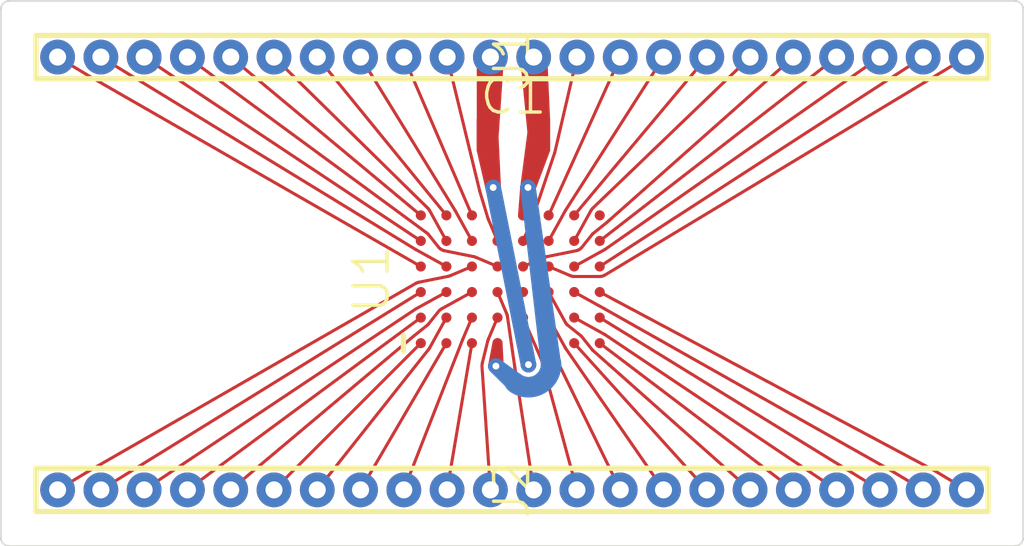
<source format=kicad_pcb>
(kicad_pcb (version 20221018) (generator jitx)
  (layers (0 F.Cu signal) (1 In1.Cu signal) (2 In2.Cu signal) (31 B.Cu signal) (34 "B.Paste" user) (35 "F.Paste" user) (36 "B.SilkS" user "B.Silkscreen") (37 "F.SilkS" user "F.Silkscreen") (38 "B.Mask" user) (39 "F.Mask" user) (44 "Edge.Cuts" user))
  (net 1 "escape4_p")
  (net 2 "escape35_p")
  (net 3 "escape40_p")
  (net 4 "escape13_p")
  (net 5 "escape20_p")
  (net 6 "escape21_p")
  (net 7 "escape18_p")
  (net 8 "escape15_p")
  (net 9 "escape29_p")
  (net 10 "escape26_p")
  (net 11 "escape42_p")
  (net 12 "escape8_p")
  (net 13 "escape39_p")
  (net 14 "escape17_p")
  (net 15 "escape31_p")
  (net 16 "escape5_p")
  (net 17 "escape36_p")
  (net 18 "escape37_p")
  (net 19 "escape22_p")
  (net 20 "escape16_p")
  (net 21 "escape24_p")
  (net 22 "escape7_p")
  (net 23 "escape23_p")
  (net 24 "escape14_p")
  (net 25 "escape0_p")
  (net 26 "escape3_p")
  (net 27 "escape41_p")
  (net 28 "escape6_p")
  (net 29 "escape10_p")
  (net 30 "escape12_p")
  (net 31 "escape34_p")
  (net 32 "escape11_p")
  (net 33 "escape27_p")
  (net 34 "escape38_p")
  (net 35 "escape43_p")
  (net 36 "escape33_p")
  (net 37 "escape25_p")
  (net 38 "escape28_p")
  (net 39 "escape30_p")
  (net 40 "escape1_p")
  (net 41 "escape32_p")
  (net 42 "escape19_p")
  (net 43 "escape2_p")
  (net 44 "escape9_p")
  (footprint "breakout:dummy0" (layer F.Cu) (at 139.464408036366 108.075761243532 0.0)
    (fp_poly (pts (xy 0.318177542289003 2.71328615513645) (xy 0.354728825486518 2.76092071480935) (xy 0.402363385159424 2.79747199800687) (xy 0.457835004785844 2.82044909518293) (xy 0.517363385159424 2.82828615513645) (xy 0.576891765533003 2.82044909518293) (xy 0.632363385159424 2.79747199800687) (xy 0.67999794483233 2.76092071480935) (xy 0.716549228029845 2.71328615513645) (xy 0.739526325205909 2.65781453551003) (xy 0.747363385159424 2.59828615513645) (xy 0.739526325205909 2.53875777476287) (xy -0.295200445112938 -2.65781453551003) (xy -0.318177542289003 -2.71328615513645) (xy -0.354728825486518 -2.76092071480935) (xy -0.402363385159424 -2.79747199800687) (xy -0.457835004785844 -2.82044909518293) (xy -0.517363385159424 -2.82828615513645) (xy -0.576891765533003 -2.82044909518293) (xy -0.632363385159424 -2.79747199800687) (xy -0.67999794483233 -2.76092071480935) (xy -0.716549228029845 -2.71328615513645) (xy -0.739526325205909 -2.65781453551003) (xy -0.747363385159424 -2.59828615513645) (xy -0.739526325205909 -2.53875777476287) (xy 0.295200445112938 2.65781453551003)) (layer B.Cu))
  )
  (footprint "breakout:dummy1" (layer F.Cu) (at 138.96979489222 105.845449405812 0.0)
    (fp_poly (pts (xy -0.0822786213869727 -0.590137257463252) (xy -0.137750241013393 -0.567160160287188) (xy -0.185384800686299 -0.530608877089673) (xy -0.221936083883814 -0.482974317416767) (xy -0.244913181059879 -0.427502697790347) (xy -0.252750241013393 -0.367974317416767) (xy -0.244913181059879 -0.308445937043187) (xy -0.0396812256471059 0.487723650375767) (xy -0.0248210377995423 0.523599317416767) (xy -0.00118189268810598 0.554406451118266) (xy 0.0296252410133929 0.578045596229702) (xy 0.0655009080543931 0.592905784077266) (xy 0.104000241013393 0.597974317416767) (xy 0.142499573972393 0.592905784077266) (xy 0.178375241013393 0.578045596229702) (xy 0.209182374714892 0.554406451118266) (xy 0.232821519826328 0.523599317416767) (xy 0.247681707673892 0.487723650375767) (xy 0.252750241013393 0.449224317416767) (xy 0.207249758986607 -0.367974317416767) (xy 0.199412699033093 -0.427502697790346) (xy 0.176435601857028 -0.482974317416767) (xy 0.139884318659513 -0.530608877089673) (xy 0.0922497589866071 -0.567160160287188) (xy 0.0367781393601868 -0.590137257463252) (xy -0.022750241013393 -0.597974317416767)) (layer F.Cu))
  )
  (footprint "breakout:dummy2" (layer F.Cu) (at 138.821556873164 104.581224495979 0.0)
    (fp_poly (pts (xy -0.355487778043258 -0.176250592417052) (xy -0.096675162003228 0.955778972790632) (xy -0.0736980648271632 1.01125059241705) (xy -0.0371467816296482 1.05888515208996) (xy 0.0104877780432576 1.09543643528747) (xy 0.065959397669678 1.11841353246354) (xy 0.125487778043258 1.12625059241705) (xy 0.185016158416837 1.11841353246354) (xy 0.240487778043258 1.09543643528747) (xy 0.288122337716164 1.05888515208996) (xy 0.324673620913679 1.01125059241705) (xy 0.347650718089743 0.955778972790632) (xy 0.355487778043258 0.896250592417052) (xy 0.256644256312707 -1.12625059241705) (xy -0.355487778043258 -1.12625059241705)) (layer F.Cu))
  )
  (footprint "breakout:dummy3" (layer F.Cu) (at 139.92840827738 110.384985560949 0.0)
    (fp_poly (pts (xy -0.119841936610857 0.389061837719682) (xy -0.0880582120912788 0.430483193956991) (xy -0.0466368558539694 0.462266918476569) (xy 0.00159933512552657 0.482247002977495) (xy 0.0533631441460307 0.489061837719682) (xy 0.105126953166535 0.482247002977495) (xy 0.153363144146031 0.462266918476569) (xy 0.19478450038334 0.430483193956991) (xy 0.226568224902918 0.389061837719682) (xy 0.246548309403844 0.340825646740186) (xy 0.253363144146031 0.289061837719681) (xy 0.246548309403844 0.237298028699177) (xy 0.0390683225144681 -0.378811170678682) (xy 0.0242081346669044 -0.414686837719682) (xy 0.000568989555468136 -0.445493971421181) (xy -0.0302381441460308 -0.469133116532617) (xy -0.0661138111870309 -0.483993304380181) (xy -0.104613144146031 -0.489061837719682) (xy -0.143112477105031 -0.483993304380181) (xy -0.178988144146031 -0.469133116532617) (xy -0.20979527784753 -0.445493971421181) (xy -0.233434422958966 -0.414686837719682) (xy -0.24829461080653 -0.378811170678682) (xy -0.253363144146031 -0.340311837719682) (xy -0.24829461080653 -0.301812504760682) (xy -0.139822021111783 0.340825646740186)) (layer F.Cu))
  )
  (footprint "breakout:dummy4" (layer F.Cu) (at 138.865 102.827486951781 0.0)
    (fp_poly (pts (xy -0.103527618041008 -1.56385728229638) (xy -0.2 -1.52389711329453) (xy -0.282842712474619 -1.46032966425537) (xy -0.346410161513776 -1.37748695178075) (xy -0.386370330515627 -1.28101456982176) (xy -0.4 -1.17748695178075) (xy -0.398930904879766 1.57748695178075) (xy 0.213201129476199 1.57748695178075) (xy 0.4 -1.17748695178075) (xy 0.386370330515627 -1.28101456982176) (xy 0.346410161513776 -1.37748695178075) (xy 0.282842712474619 -1.46032966425537) (xy 0.2 -1.52389711329453) (xy 0.103527618041008 -1.56385728229638) (xy 0.0 -1.57748695178075)) (layer F.Cu))
  )
  (footprint "breakout:dummy5" (layer F.Cu) (at 139.298434658023 110.99845268458 0.0)
    (fp_poly (pts (xy 0.501336763502913 -0.00917203893405105) (xy -0.156336763502913 -0.479629046207033) (xy -0.211808383129333 -0.502606143383098) (xy -0.271336763502913 -0.510443203336612) (xy -0.330865143876493 -0.502606143383098) (xy -0.386336763502913 -0.479629046207033) (xy -0.433971323175819 -0.443077763009518) (xy -0.470522606373334 -0.395443203336612) (xy -0.493499703549399 -0.339971583710192) (xy -0.501336763502913 -0.280443203336612) (xy -0.493499703549399 -0.220914822963032) (xy -0.470522606373334 -0.165443203336612) (xy -0.433971323175819 -0.117808643663706) (xy 0.201336763502913 0.510443203336612)) (layer B.Cu))
  )
  (footprint "breakout:dummy6" (layer F.Cu) (at 140.342116438343 107.960761243532 0.0)
    (fp_poly (pts (xy 0.60365498318249 2.71328615513645) (xy -0.151492043136004 -2.54281453551003) (xy -0.174469140312069 -2.59828615513645) (xy -0.211020423509583 -2.64592071480935) (xy -0.258654983182489 -2.68247199800687) (xy -0.31412660280891 -2.70544909518293) (xy -0.373654983182489 -2.71328615513645) (xy -0.433183363556069 -2.70544909518293) (xy -0.488654983182489 -2.68247199800687) (xy -0.536289542855395 -2.64592071480935) (xy -0.57284082605291 -2.59828615513645) (xy -0.595817923228975 -2.54281453551003) (xy -0.603654983182489 -2.48328615513645) (xy 0.00365498318248969 2.71328615513645)) (layer B.Cu))
  )
  (footprint "breakout:dummy7" (layer F.Cu) (at 139.02709789452 110.421966602236 0.0)
    (fp_poly (pts (xy -0.199185842870421 0.411042879007169) (xy -0.162634559672906 0.458677438680075) (xy -0.115 0.49522872187759) (xy -0.0595283803735797 0.518205819053655) (xy -5.55111512312578e-17 0.526042879007169) (xy 0.0595283803735797 0.518205819053655) (xy 0.115 0.49522872187759) (xy 0.162634559672906 0.458677438680075) (xy 0.199185842870421 0.411042879007169) (xy 0.222162940046486 0.355571259380749) (xy 0.23 0.296042879007169) (xy 0.195447238713765 -0.377292879007169) (xy 0.190378705374264 -0.415792211966169) (xy 0.1755185175267 -0.451667879007169) (xy 0.151879372415264 -0.482475012708668) (xy 0.121072238713765 -0.506114157820104) (xy 0.085196571672765 -0.520974345667668) (xy 0.046697238713765 -0.526042879007169) (xy 0.00819790575476509 -0.520974345667668) (xy -0.0276777612862349 -0.506114157820104) (xy -0.0584848949877338 -0.482475012708668) (xy -0.0821240400991702 -0.451667879007169) (xy -0.0969842279467338 -0.415792211966169) (xy -0.222162940046486 0.236514498633589) (xy -0.23 0.296042879007169) (xy -0.222162940046486 0.355571259380749)) (layer F.Cu))
  )
  (footprint "breakout:dummy8" (layer F.Cu) (at 139.936753294197 105.845449405812 0.0)
    (fp_poly (pts (xy 0.0317081609635412 -0.597974317416767) (xy -0.0278202194100385 -0.590137257463252) (xy -0.0832918390364587 -0.567160160287188) (xy -0.130926398709365 -0.530608877089673) (xy -0.16747768190688 -0.482974317416767) (xy -0.190454779082944 -0.427502697790347) (xy -0.198291839036459 -0.367974317416767) (xy -0.261708160963541 0.449224317416767) (xy -0.25663962762404 0.487723650375767) (xy -0.241779439776476 0.523599317416767) (xy -0.21814029466504 0.554406451118266) (xy -0.187333160963541 0.578045596229702) (xy -0.151457493922541 0.592905784077266) (xy -0.112958160963541 0.597974317416767) (xy -0.0744588280045413 0.592905784077266) (xy -0.0385831609635412 0.578045596229702) (xy -0.00777602726204224 0.554406451118266) (xy 0.015863117849394 0.523599317416767) (xy 0.0307233056969577 0.487723650375767) (xy 0.253871101010027 -0.308445937043187) (xy 0.261708160963541 -0.367974317416767) (xy 0.253871101010027 -0.427502697790346) (xy 0.230894003833962 -0.482974317416767) (xy 0.194342720636447 -0.530608877089673) (xy 0.146708160963541 -0.567160160287188) (xy 0.091236541337121 -0.590137257463252)) (layer F.Cu))
  )
  (footprint "breakout:dummy9" (layer F.Cu) (at 140.17726527514 104.581224495979 0.0)
    (fp_poly (pts (xy -0.407989662850229 1.01125059241705) (xy -0.371438379652714 1.05888515208996) (xy -0.323803819979808 1.09543643528747) (xy -0.268332200353388 1.11841353246354) (xy -0.208803819979808 1.12625059241705) (xy -0.149275439606229 1.11841353246354) (xy -0.0938038199798082 1.09543643528747) (xy -0.0461692603069024 1.05888515208996) (xy -0.00961797710938739 1.01125059241705) (xy 0.0133591200666774 0.955778972790632) (xy 0.438803819979808 -0.176250592417052) (xy 0.438803819979808 -1.12625059241705) (xy -0.173328214376156 -1.12625059241705) (xy -0.438803819979808 0.896250592417052) (xy -0.430966760026294 0.955778972790632)) (layer F.Cu))
  )
  (footprint "breakout:dummy10" (layer F.Cu) (at 140.17553454756 102.827486951781 0.0)
    (fp_poly (pts (xy -0.144062165601125 -1.56385728229638) (xy -0.240534547560117 -1.52389711329453) (xy -0.323377260034736 -1.46032966425537) (xy -0.386944709073892 -1.37748695178075) (xy -0.426904878075744 -1.28101456982176) (xy -0.440534547560117 -1.17748695178075) (xy -0.171597486795848 1.57748695178075) (xy 0.440534547560117 1.57748695178075) (xy 0.440534547560117 0.627486951780755) (xy 0.359465452439883 -1.17748695178075) (xy 0.345835782955511 -1.28101456982176) (xy 0.305875613953659 -1.37748695178075) (xy 0.242308164914502 -1.46032966425537) (xy 0.159465452439883 -1.52389711329453) (xy 0.0629930704808916 -1.56385728229638) (xy -0.0405345475601167 -1.57748695178075)) (layer F.Cu))
  )
  (footprint "breakout:Pkg0603" (layer F.Cu) (at 139.54106909512 103.929973903562 90.0)
    (pad 1 smd rect (at 0.0 -0.768933982822018 90.0) (size 0.95 0.612132034355964) (net 29 "escape10_p") (layers F.Cu F.Mask F.Paste))
    (pad 2 smd rect (at 0.0 0.768933982822018 90.0) (size 0.95 0.612132034355964) (net 32 "escape11_p") (layers F.Cu F.Mask F.Paste))
    (fp_text value "22u" hide)
    (fp_text reference "C1" (at 1.125 0.0 0.0) (layer F.SilkS) (effects (font (size 1.0 1.0) (thickness 0.10))))
  )
  (footprint "breakout:LP_MY_COMPONENT" (layer F.Cu) (at 139.448795133234 108.169673723229 90.0)
    (pad A1 smd circle (at -1.875 -2.625 90.0) (size 0.2975 0.2975) (net 33 "escape27_p") (layers F.Cu F.Mask))
    (pad A2 smd circle (at -1.125 -2.625 90.0) (size 0.2975 0.2975) (net 37 "escape25_p") (layers F.Cu F.Mask))
    (pad A3 smd circle (at -0.375 -2.625 90.0) (size 0.2975 0.2975) (net 23 "escape23_p") (layers F.Cu F.Mask))
    (pad A4 smd circle (at 0.375 -2.625 90.0) (size 0.2975 0.2975) (net 25 "escape0_p") (layers F.Cu F.Mask))
    (pad A5 smd circle (at 1.125 -2.625 90.0) (size 0.2975 0.2975) (net 43 "escape2_p") (layers F.Cu F.Mask))
    (pad A6 smd circle (at 1.875 -2.625 90.0) (size 0.2975 0.2975) (net 1 "escape4_p") (layers F.Cu F.Mask))
    (pad B1 smd circle (at -1.875 -1.875 90.0) (size 0.2975 0.2975) (net 9 "escape29_p") (layers F.Cu F.Mask))
    (pad B2 smd circle (at -1.125 -1.875 90.0) (size 0.2975 0.2975) (net 38 "escape28_p") (layers F.Cu F.Mask))
    (pad B3 smd circle (at -0.375 -1.875 90.0) (size 0.2975 0.2975) (net 21 "escape24_p") (layers F.Cu F.Mask))
    (pad B4 smd circle (at 0.375 -1.875 90.0) (size 0.2975 0.2975) (net 40 "escape1_p") (layers F.Cu F.Mask))
    (pad B5 smd circle (at 1.125 -1.875 90.0) (size 0.2975 0.2975) (net 16 "escape5_p") (layers F.Cu F.Mask))
    (pad B6 smd circle (at 1.875 -1.875 90.0) (size 0.2975 0.2975) (net 28 "escape6_p") (layers F.Cu F.Mask))
    (pad C1 smd circle (at -1.875 -1.125 90.0) (size 0.2975 0.2975) (net 15 "escape31_p") (layers F.Cu F.Mask))
    (pad C2 smd circle (at -1.125 -1.125 90.0) (size 0.2975 0.2975) (net 39 "escape30_p") (layers F.Cu F.Mask))
    (pad C3 smd circle (at -0.375 -1.125 90.0) (size 0.2975 0.2975) (net 10 "escape26_p") (layers F.Cu F.Mask))
    (pad C4 smd circle (at 0.375 -1.125 90.0) (size 0.2975 0.2975) (net 19 "escape22_p") (layers F.Cu F.Mask))
    (pad C5 smd circle (at 1.125 -1.125 90.0) (size 0.2975 0.2975) (net 22 "escape7_p") (layers F.Cu F.Mask))
    (pad C6 smd circle (at 1.875 -1.125 90.0) (size 0.2975 0.2975) (net 12 "escape8_p") (layers F.Cu F.Mask))
    (pad D1 smd circle (at -1.875 -0.375 90.0) (size 0.2975 0.2975) (net 32 "escape11_p") (layers F.Cu F.Mask))
    (pad D2 smd circle (at -1.125 -0.375 90.0) (size 0.2975 0.2975) (net 41 "escape32_p") (layers F.Cu F.Mask))
    (pad D3 smd circle (at -0.375 -0.375 90.0) (size 0.2975 0.2975) (net 36 "escape33_p") (layers F.Cu F.Mask))
    (pad D4 smd circle (at 0.375 -0.375 90.0) (size 0.2975 0.2975) (net 26 "escape3_p") (layers F.Cu F.Mask))
    (pad D5 smd circle (at 1.125 -0.375 90.0) (size 0.2975 0.2975) (net 44 "escape9_p") (layers F.Cu F.Mask))
    (pad D6 smd circle (at 1.875 -0.375 90.0) (size 0.2975 0.2975) (net 29 "escape10_p") (layers F.Cu F.Mask))
    (pad E1 smd circle (at -1.875 0.375 90.0) (size 0.2975 0.2975) (net 29 "escape10_p") (layers F.Cu F.Mask))
    (pad E2 smd circle (at -1.125 0.375 90.0) (size 0.2975 0.2975) (net 31 "escape34_p") (layers F.Cu F.Mask))
    (pad E3 smd circle (at -0.375 0.375 90.0) (size 0.2975 0.2975) (layers F.Cu F.Mask))
    (pad E4 smd circle (at 0.375 0.375 90.0) (size 0.2975 0.2975) (net 14 "escape17_p") (layers F.Cu F.Mask))
    (pad E5 smd circle (at 1.125 0.375 90.0) (size 0.2975 0.2975) (net 30 "escape12_p") (layers F.Cu F.Mask))
    (pad E6 smd circle (at 1.875 0.375 90.0) (size 0.2975 0.2975) (net 32 "escape11_p") (layers F.Cu F.Mask))
    (pad F1 smd circle (at -1.875 1.125 90.0) (size 0.2975 0.2975) (net 2 "escape35_p") (layers F.Cu F.Mask))
    (pad F2 smd circle (at -1.125 1.125 90.0) (size 0.2975 0.2975) (net 17 "escape36_p") (layers F.Cu F.Mask))
    (pad F3 smd circle (at -0.375 1.125 90.0) (size 0.2975 0.2975) (net 34 "escape38_p") (layers F.Cu F.Mask))
    (pad F4 smd circle (at 0.375 1.125 90.0) (size 0.2975 0.2975) (net 6 "escape21_p") (layers F.Cu F.Mask))
    (pad F5 smd circle (at 1.125 1.125 90.0) (size 0.2975 0.2975) (net 24 "escape14_p") (layers F.Cu F.Mask))
    (pad F6 smd circle (at 1.875 1.125 90.0) (size 0.2975 0.2975) (net 4 "escape13_p") (layers F.Cu F.Mask))
    (pad G1 smd circle (at -1.875 1.875 90.0) (size 0.2975 0.2975) (net 18 "escape37_p") (layers F.Cu F.Mask))
    (pad G2 smd circle (at -1.125 1.875 90.0) (size 0.2975 0.2975) (net 3 "escape40_p") (layers F.Cu F.Mask))
    (pad G3 smd circle (at -0.375 1.875 90.0) (size 0.2975 0.2975) (net 11 "escape42_p") (layers F.Cu F.Mask))
    (pad G4 smd circle (at 0.375 1.875 90.0) (size 0.2975 0.2975) (net 42 "escape19_p") (layers F.Cu F.Mask))
    (pad G5 smd circle (at 1.125 1.875 90.0) (size 0.2975 0.2975) (net 20 "escape16_p") (layers F.Cu F.Mask))
    (pad G6 smd circle (at 1.875 1.875 90.0) (size 0.2975 0.2975) (net 8 "escape15_p") (layers F.Cu F.Mask))
    (pad H1 smd circle (at -1.875 2.625 90.0) (size 0.2975 0.2975) (net 13 "escape39_p") (layers F.Cu F.Mask))
    (pad H2 smd circle (at -1.125 2.625 90.0) (size 0.2975 0.2975) (net 27 "escape41_p") (layers F.Cu F.Mask))
    (pad H3 smd circle (at -0.375 2.625 90.0) (size 0.2975 0.2975) (net 35 "escape43_p") (layers F.Cu F.Mask))
    (pad H4 smd circle (at 0.375 2.625 90.0) (size 0.2975 0.2975) (net 5 "escape20_p") (layers F.Cu F.Mask))
    (pad H5 smd circle (at 1.125 2.625 90.0) (size 0.2975 0.2975) (net 7 "escape18_p") (layers F.Cu F.Mask))
    (pad H6 smd circle (at 1.875 2.625 90.0) (size 0.2975 0.2975) (layers F.Cu F.Mask))
    (fp_text value "~" hide)
    (fp_line (start -2.1 -3.1365) (end -1.641 -3.1365) (layer F.SilkS) (stroke (width 0.153)))
    (fp_text reference "U1" (at 0.0 -4.075 90.0) (layer F.SilkS) (effects (font (size 1.0 1.0) (thickness 0.10))))
  )
  (footprint "breakout:PIN_GRID" (layer F.Cu) (at 139.5 101.65 90.0)
    (pad 1 thru_hole circle (at 0.0 -13.335 90.0) (size 1.02 1.02) (net 25 "escape0_p") (drill 0.5) (layers *.Cu B.Mask F.Mask))
    (pad 2 thru_hole circle (at 0.0 -12.065 90.0) (size 1.02 1.02) (net 40 "escape1_p") (drill 0.5) (layers *.Cu B.Mask F.Mask))
    (pad 3 thru_hole circle (at 0.0 -10.795 90.0) (size 1.02 1.02) (net 43 "escape2_p") (drill 0.5) (layers *.Cu B.Mask F.Mask))
    (pad 4 thru_hole circle (at 0.0 -9.525 90.0) (size 1.02 1.02) (net 26 "escape3_p") (drill 0.5) (layers *.Cu B.Mask F.Mask))
    (pad 5 thru_hole circle (at 0.0 -8.255 90.0) (size 1.02 1.02) (net 1 "escape4_p") (drill 0.5) (layers *.Cu B.Mask F.Mask))
    (pad 6 thru_hole circle (at 0.0 -6.985 90.0) (size 1.02 1.02) (net 16 "escape5_p") (drill 0.5) (layers *.Cu B.Mask F.Mask))
    (pad 7 thru_hole circle (at 0.0 -5.715 90.0) (size 1.02 1.02) (net 28 "escape6_p") (drill 0.5) (layers *.Cu B.Mask F.Mask))
    (pad 8 thru_hole circle (at 0.0 -4.445 90.0) (size 1.02 1.02) (net 22 "escape7_p") (drill 0.5) (layers *.Cu B.Mask F.Mask))
    (pad 9 thru_hole circle (at 0.0 -3.175 90.0) (size 1.02 1.02) (net 12 "escape8_p") (drill 0.5) (layers *.Cu B.Mask F.Mask))
    (pad 10 thru_hole circle (at 0.0 -1.905 90.0) (size 1.02 1.02) (net 44 "escape9_p") (drill 0.5) (layers *.Cu B.Mask F.Mask))
    (pad 11 thru_hole circle (at 0.0 -0.635000000000002 90.0) (size 1.02 1.02) (net 29 "escape10_p") (drill 0.5) (layers *.Cu B.Mask F.Mask))
    (pad 12 thru_hole circle (at 0.0 0.635 90.0) (size 1.02 1.02) (net 32 "escape11_p") (drill 0.5) (layers *.Cu B.Mask F.Mask))
    (pad 13 thru_hole circle (at 0.0 1.905 90.0) (size 1.02 1.02) (net 30 "escape12_p") (drill 0.5) (layers *.Cu B.Mask F.Mask))
    (pad 14 thru_hole circle (at 0.0 3.175 90.0) (size 1.02 1.02) (net 4 "escape13_p") (drill 0.5) (layers *.Cu B.Mask F.Mask))
    (pad 15 thru_hole circle (at 0.0 4.445 90.0) (size 1.02 1.02) (net 24 "escape14_p") (drill 0.5) (layers *.Cu B.Mask F.Mask))
    (pad 16 thru_hole circle (at 0.0 5.715 90.0) (size 1.02 1.02) (net 8 "escape15_p") (drill 0.5) (layers *.Cu B.Mask F.Mask))
    (pad 17 thru_hole circle (at 0.0 6.985 90.0) (size 1.02 1.02) (net 20 "escape16_p") (drill 0.5) (layers *.Cu B.Mask F.Mask))
    (pad 18 thru_hole circle (at 0.0 8.255 90.0) (size 1.02 1.02) (net 14 "escape17_p") (drill 0.5) (layers *.Cu B.Mask F.Mask))
    (pad 19 thru_hole circle (at 0.0 9.525 90.0) (size 1.02 1.02) (net 7 "escape18_p") (drill 0.5) (layers *.Cu B.Mask F.Mask))
    (pad 20 thru_hole circle (at 0.0 10.795 90.0) (size 1.02 1.02) (net 42 "escape19_p") (drill 0.5) (layers *.Cu B.Mask F.Mask))
    (pad 21 thru_hole circle (at 0.0 12.065 90.0) (size 1.02 1.02) (net 5 "escape20_p") (drill 0.5) (layers *.Cu B.Mask F.Mask))
    (pad 22 thru_hole circle (at 0.0 13.335 90.0) (size 1.02 1.02) (net 6 "escape21_p") (drill 0.5) (layers *.Cu B.Mask F.Mask))
    (fp_text value "~" hide)
    (fp_line (start -0.635 13.97) (end 0.635 13.97) (layer F.SilkS) (stroke (width 0.153)))
    (fp_line (start 0.635 13.97) (end 0.635 -13.97) (layer F.SilkS) (stroke (width 0.153)))
    (fp_line (start 0.635 -13.97) (end -0.635 -13.97) (layer F.SilkS) (stroke (width 0.153)))
    (fp_line (start -0.635 -13.97) (end -0.635 13.97) (layer F.SilkS) (stroke (width 0.153)))
    (fp_text reference "J1" (at 0.0 0.0 90.0) (layer F.SilkS) (effects (font (size 1.0 1.0) (thickness 0.10))))
  )
  (footprint "breakout:PIN_GRID" (layer F.Cu) (at 139.5 114.35 90.0)
    (pad 1 thru_hole circle (at 0.0 -13.335 90.0) (size 1.02 1.02) (net 19 "escape22_p") (drill 0.5) (layers *.Cu B.Mask F.Mask))
    (pad 2 thru_hole circle (at 0.0 -12.065 90.0) (size 1.02 1.02) (net 23 "escape23_p") (drill 0.5) (layers *.Cu B.Mask F.Mask))
    (pad 3 thru_hole circle (at 0.0 -10.795 90.0) (size 1.02 1.02) (net 21 "escape24_p") (drill 0.5) (layers *.Cu B.Mask F.Mask))
    (pad 4 thru_hole circle (at 0.0 -9.525 90.0) (size 1.02 1.02) (net 37 "escape25_p") (drill 0.5) (layers *.Cu B.Mask F.Mask))
    (pad 5 thru_hole circle (at 0.0 -8.255 90.0) (size 1.02 1.02) (net 10 "escape26_p") (drill 0.5) (layers *.Cu B.Mask F.Mask))
    (pad 6 thru_hole circle (at 0.0 -6.985 90.0) (size 1.02 1.02) (net 33 "escape27_p") (drill 0.5) (layers *.Cu B.Mask F.Mask))
    (pad 7 thru_hole circle (at 0.0 -5.715 90.0) (size 1.02 1.02) (net 38 "escape28_p") (drill 0.5) (layers *.Cu B.Mask F.Mask))
    (pad 8 thru_hole circle (at 0.0 -4.445 90.0) (size 1.02 1.02) (net 9 "escape29_p") (drill 0.5) (layers *.Cu B.Mask F.Mask))
    (pad 9 thru_hole circle (at 0.0 -3.175 90.0) (size 1.02 1.02) (net 39 "escape30_p") (drill 0.5) (layers *.Cu B.Mask F.Mask))
    (pad 10 thru_hole circle (at 0.0 -1.905 90.0) (size 1.02 1.02) (net 15 "escape31_p") (drill 0.5) (layers *.Cu B.Mask F.Mask))
    (pad 11 thru_hole circle (at 0.0 -0.635000000000002 90.0) (size 1.02 1.02) (net 41 "escape32_p") (drill 0.5) (layers *.Cu B.Mask F.Mask))
    (pad 12 thru_hole circle (at 0.0 0.635 90.0) (size 1.02 1.02) (net 36 "escape33_p") (drill 0.5) (layers *.Cu B.Mask F.Mask))
    (pad 13 thru_hole circle (at 0.0 1.905 90.0) (size 1.02 1.02) (net 31 "escape34_p") (drill 0.5) (layers *.Cu B.Mask F.Mask))
    (pad 14 thru_hole circle (at 0.0 3.175 90.0) (size 1.02 1.02) (net 2 "escape35_p") (drill 0.5) (layers *.Cu B.Mask F.Mask))
    (pad 15 thru_hole circle (at 0.0 4.445 90.0) (size 1.02 1.02) (net 17 "escape36_p") (drill 0.5) (layers *.Cu B.Mask F.Mask))
    (pad 16 thru_hole circle (at 0.0 5.715 90.0) (size 1.02 1.02) (net 18 "escape37_p") (drill 0.5) (layers *.Cu B.Mask F.Mask))
    (pad 17 thru_hole circle (at 0.0 6.985 90.0) (size 1.02 1.02) (net 34 "escape38_p") (drill 0.5) (layers *.Cu B.Mask F.Mask))
    (pad 18 thru_hole circle (at 0.0 8.255 90.0) (size 1.02 1.02) (net 13 "escape39_p") (drill 0.5) (layers *.Cu B.Mask F.Mask))
    (pad 19 thru_hole circle (at 0.0 9.525 90.0) (size 1.02 1.02) (net 3 "escape40_p") (drill 0.5) (layers *.Cu B.Mask F.Mask))
    (pad 20 thru_hole circle (at 0.0 10.795 90.0) (size 1.02 1.02) (net 27 "escape41_p") (drill 0.5) (layers *.Cu B.Mask F.Mask))
    (pad 21 thru_hole circle (at 0.0 12.065 90.0) (size 1.02 1.02) (net 11 "escape42_p") (drill 0.5) (layers *.Cu B.Mask F.Mask))
    (pad 22 thru_hole circle (at 0.0 13.335 90.0) (size 1.02 1.02) (net 35 "escape43_p") (drill 0.5) (layers *.Cu B.Mask F.Mask))
    (fp_text value "~" hide)
    (fp_line (start -0.635 13.97) (end 0.635 13.97) (layer F.SilkS) (stroke (width 0.153)))
    (fp_line (start 0.635 13.97) (end 0.635 -13.97) (layer F.SilkS) (stroke (width 0.153)))
    (fp_line (start 0.635 -13.97) (end -0.635 -13.97) (layer F.SilkS) (stroke (width 0.153)))
    (fp_line (start -0.635 -13.97) (end -0.635 13.97) (layer F.SilkS) (stroke (width 0.153)))
    (fp_text reference "J2" (at 0.0 0.0 90.0) (layer F.SilkS) (effects (font (size 1.0 1.0) (thickness 0.10))))
  )
  (segment (start 133.785 114.35) (end 137.042612746071 110.239922376135) (layer F.Cu) (width 0.09) (net 38))
  (arc (start 137.042612746071 110.239922376135) (mid 137.04331665053 110.239027070667) (end 137.044013501277 110.238126264137) (layer F.Cu) (width 0.09) (net 38))
  (segment (start 137.044013501277 110.238126264137) (end 137.067652646389 110.207319130435) (layer F.Cu) (width 0.09) (net 38))
  (arc (start 137.067652646389 110.207319130435) (mid 137.073931152024 110.198469966383) (end 137.07953036818 110.189176091201) (layer F.Cu) (width 0.09) (net 38))
  (segment (start 137.07953036818 110.189176091201) (end 137.573795133234 109.294673723229) (layer F.Cu) (width 0.09) (net 38))
  (segment (start 136.325 114.35) (end 138.045079815164 109.953345809241) (layer F.Cu) (width 0.09) (net 39))
  (arc (start 138.045079815164 109.953345809241) (mid 138.045608896443 109.952012901995) (end 138.046151134359 109.950685292577) (layer F.Cu) (width 0.09) (net 39))
  (segment (start 138.046151134359 109.950685292577) (end 138.061011322206 109.914809625536) (layer F.Cu) (width 0.09) (net 39))
  (arc (start 138.061011322206 109.914809625536) (mid 138.061237742197 109.914266123009) (end 138.061466367234 109.91372354435) (layer F.Cu) (width 0.09) (net 39))
  (segment (start 138.061466367234 109.91372354435) (end 138.323795133234 109.294673723229) (layer F.Cu) (width 0.09) (net 39))
  (segment (start 137.573795133234 107.794673723229) (end 136.679292765262 107.300408958175) (layer F.Cu) (width 0.09) (net 40))
  (arc (start 136.679292765262 107.300408958175) (mid 136.676527561166 107.29884121434) (end 136.673797387713 107.297213231741) (layer F.Cu) (width 0.09) (net 40))
  (segment (start 136.673797387713 107.297213231741) (end 127.435 101.65) (layer F.Cu) (width 0.09) (net 40))
  (segment (start 138.865 114.35) (end 138.618511449374 110.73017013954) (layer F.Cu) (width 0.09) (net 41))
  (arc (start 138.618511449374 110.73017013954) (mid 138.618186441978 110.712379903168) (end 138.619629264334 110.694645292836) (layer F.Cu) (width 0.09) (net 41))
  (segment (start 138.619629264334 110.694645292836) (end 138.627466324287 110.635116912463) (layer F.Cu) (width 0.09) (net 41))
  (arc (start 138.627466324287 110.635116912463) (mid 138.629017539636 110.625404475334) (end 138.63109988219 110.615791902654) (layer F.Cu) (width 0.09) (net 41))
  (segment (start 138.63109988219 110.615791902654) (end 138.789297546567 109.971593754844) (layer F.Cu) (width 0.09) (net 41))
  (arc (start 138.789297546567 109.971593754844) (mid 138.792327172759 109.961009336053) (end 138.796151134359 109.950685292577) (layer F.Cu) (width 0.09) (net 41))
  (segment (start 138.796151134359 109.950685292577) (end 138.811011322206 109.914809625536) (layer F.Cu) (width 0.09) (net 41))
  (arc (start 138.811011322206 109.914809625536) (mid 138.811237742197 109.914266123009) (end 138.811466367234 109.91372354435) (layer F.Cu) (width 0.09) (net 41))
  (segment (start 138.811466367234 109.91372354435) (end 139.073795133234 109.294673723229) (layer F.Cu) (width 0.09) (net 41))
  (segment (start 141.323795133234 107.794673723229) (end 142.218297501205 107.300408958175) (layer F.Cu) (width 0.09) (net 42))
  (arc (start 142.218297501205 107.300408958175) (mid 142.224905712145 107.296526099449) (end 142.231299519521 107.292299484851) (layer F.Cu) (width 0.09) (net 42))
  (segment (start 142.231299519521 107.292299484851) (end 150.295 101.65) (layer F.Cu) (width 0.09) (net 42))
  (segment (start 136.823795133234 107.044673723229) (end 128.705 101.65) (layer F.Cu) (width 0.09) (net 43))
  (segment (start 139.073795133234 107.044673723229) (end 138.811466367234 106.425623902109) (layer F.Cu) (width 0.09) (net 44))
  (arc (start 138.811466367234 106.425623902109) (mid 138.811237742197 106.425081323449) (end 138.811011322206 106.424537820922) (layer F.Cu) (width 0.09) (net 44))
  (segment (start 138.811011322206 106.424537820922) (end 138.796151134359 106.388662153881) (layer F.Cu) (width 0.09) (net 44))
  (arc (start 138.796151134359 106.388662153881) (mid 138.793568350363 106.381962159696) (end 138.79132042351 106.375142517469) (layer F.Cu) (width 0.09) (net 44))
  (segment (start 138.79132042351 106.375142517469) (end 138.553543845586 105.588814045108) (layer F.Cu) (width 0.09) (net 44))
  (arc (start 138.553543845586 105.588814045108) (mid 138.552184131856 105.584083678012) (end 138.550954989344 105.579317715048) (layer F.Cu) (width 0.09) (net 44))
  (segment (start 138.550954989344 105.579317715048) (end 137.595 101.65) (layer F.Cu) (width 0.09) (net 44))
  (segment (start 136.823795133234 106.294673723229) (end 131.245 101.65) (layer F.Cu) (width 0.09) (net 1))
  (segment (start 142.675 114.35) (end 140.573795133234 110.044673723229) (layer F.Cu) (width 0.09) (net 2))
  (segment (start 149.025 114.35) (end 142.228894218004 109.79540070247) (layer F.Cu) (width 0.09) (net 3))
  (arc (start 142.228894218004 109.79540070247) (mid 142.22366503539 109.792056161159) (end 142.218297501205 109.788938488283) (layer F.Cu) (width 0.09) (net 3))
  (segment (start 142.218297501205 109.788938488283) (end 141.323795133234 109.294673723229) (layer F.Cu) (width 0.09) (net 3))
  (segment (start 140.573795133234 106.294673723229) (end 142.675 101.65) (layer F.Cu) (width 0.09) (net 4))
  (segment (start 142.073795133234 107.794673723229) (end 151.565 101.65) (layer F.Cu) (width 0.09) (net 5))
  (segment (start 152.835 101.65) (end 142.223034232082 108.047673771176) (layer F.Cu) (width 0.09) (net 6))
  (arc (start 142.223034232082 108.047673771176) (mid 142.213530055718 108.052928693687) (end 142.203659230926 108.057457534256) (layer F.Cu) (width 0.09) (net 6))
  (segment (start 142.203659230926 108.057457534256) (end 142.167783563885 108.072317722104) (layer F.Cu) (width 0.09) (net 6))
  (arc (start 142.167783563885 108.072317722104) (mid 142.149823227732 108.078414434702) (end 142.131220764064 108.082114694789) (layer F.Cu) (width 0.09) (net 6))
  (segment (start 142.131220764064 108.082114694789) (end 142.092721431105 108.087183228128) (layer F.Cu) (width 0.09) (net 6))
  (arc (start 142.092721431105 108.087183228128) (mid 142.083278586972 108.088113267099) (end 142.073795133234 108.088423723229) (layer F.Cu) (width 0.09) (net 6))
  (segment (start 142.073795133234 108.088423723229) (end 141.323795133234 108.088423723229) (layer F.Cu) (width 0.09) (net 6))
  (arc (start 141.323795133234 108.088423723229) (mid 141.314311679495 108.088113267099) (end 141.304868835362 108.087183228128) (layer F.Cu) (width 0.09) (net 6))
  (segment (start 141.304868835362 108.087183228128) (end 141.266369502403 108.082114694789) (layer F.Cu) (width 0.09) (net 6))
  (arc (start 141.266369502403 108.082114694789) (mid 141.247767038735 108.078414434702) (end 141.229806702582 108.072317722104) (layer F.Cu) (width 0.09) (net 6))
  (segment (start 141.229806702582 108.072317722104) (end 141.193931035541 108.057457534256) (layer F.Cu) (width 0.09) (net 6))
  (arc (start 141.193931035541 108.057457534256) (mid 141.193387533014 108.057231114265) (end 141.192844954354 108.057002489228) (layer F.Cu) (width 0.09) (net 6))
  (segment (start 141.192844954354 108.057002489228) (end 140.573795133234 107.794673723229) (layer F.Cu) (width 0.09) (net 6))
  (segment (start 142.073795133234 107.044673723229) (end 149.025 101.65) (layer F.Cu) (width 0.09) (net 7))
  (segment (start 141.323795133234 106.294673723229) (end 145.215 101.65) (layer F.Cu) (width 0.09) (net 8))
  (segment (start 135.055 114.35) (end 137.573795133234 110.044673723229) (layer F.Cu) (width 0.09) (net 9))
  (segment (start 131.245 114.35) (end 136.625325454293 109.828485130692) (layer F.Cu) (width 0.09) (net 10))
  (arc (start 136.625325454293 109.828485130692) (mid 136.62667535899 109.827364562226) (end 136.628038722729 109.826260408391) (layer F.Cu) (width 0.09) (net 10))
  (segment (start 136.628038722729 109.826260408391) (end 137.019551543739 109.513087038067) (layer F.Cu) (width 0.09) (net 10))
  (arc (start 137.019551543739 109.513087038067) (mid 137.031507750207 109.502386340203) (end 137.042208448071 109.490430133734) (layer F.Cu) (width 0.09) (net 10))
  (segment (start 137.042208448071 109.490430133734) (end 137.355381818396 109.098917312724) (layer F.Cu) (width 0.09) (net 10))
  (arc (start 137.355381818396 109.098917312724) (mid 137.367122510481 109.085931555575) (end 137.380342592326 109.074455355185) (layer F.Cu) (width 0.09) (net 10))
  (segment (start 137.380342592326 109.074455355185) (end 137.411149726027 109.050816210074) (layer F.Cu) (width 0.09) (net 10))
  (arc (start 137.411149726027 109.050816210074) (mid 137.41999889008 109.044537704438) (end 137.429292765262 109.038938488283) (layer F.Cu) (width 0.09) (net 10))
  (segment (start 137.429292765262 109.038938488283) (end 138.323795133234 108.544673723229) (layer F.Cu) (width 0.09) (net 10))
  (segment (start 141.323795133234 108.544673723229) (end 142.218297501205 109.038938488283) (layer F.Cu) (width 0.09) (net 11))
  (arc (start 142.218297501205 109.038938488283) (mid 142.218872321497 109.039257813508) (end 142.219445687772 109.039579742199) (layer F.Cu) (width 0.09) (net 11))
  (segment (start 142.219445687772 109.039579742199) (end 150.621275554539 113.782054341853) (layer F.Cu) (width 0.09) (net 11))
  (arc (start 150.621275554539 113.782054341853) (mid 150.623031805748 113.783061903871) (end 150.624773816713 113.78409389095) (layer F.Cu) (width 0.09) (net 11))
  (segment (start 150.624773816713 113.78409389095) (end 151.565 114.35) (layer F.Cu) (width 0.09) (net 11))
  (segment (start 138.323795133234 106.294673723229) (end 136.325 101.65) (layer F.Cu) (width 0.09) (net 12))
  (segment (start 147.755 114.35) (end 142.073795133234 110.044673723229) (layer F.Cu) (width 0.09) (net 13))
  (segment (start 139.823795133234 107.794673723229) (end 140.442844954354 107.53234495723) (layer F.Cu) (width 0.09) (net 14))
  (arc (start 140.442844954354 107.53234495723) (mid 140.443387533014 107.532116332193) (end 140.443931035541 107.531889912202) (layer F.Cu) (width 0.09) (net 14))
  (segment (start 140.443931035541 107.531889912202) (end 140.479806702582 107.517029724355) (layer F.Cu) (width 0.09) (net 14))
  (arc (start 140.479806702582 107.517029724355) (mid 140.493019280899 107.512292235265) (end 140.506628013887 107.508854443079) (layer F.Cu) (width 0.09) (net 14))
  (segment (start 140.506628013887 107.508854443079) (end 141.39096225258 107.330493003379) (layer F.Cu) (width 0.09) (net 14))
  (arc (start 141.39096225258 107.330493003379) (mid 141.404570985568 107.327055211193) (end 141.417783563885 107.322317722104) (layer F.Cu) (width 0.09) (net 14))
  (segment (start 141.417783563885 107.322317722104) (end 141.453659230926 107.307457534256) (layer F.Cu) (width 0.09) (net 14))
  (arc (start 141.453659230926 107.307457534256) (mid 141.470670133234 107.299068685591) (end 141.48644054044 107.288531236384) (layer F.Cu) (width 0.09) (net 14))
  (segment (start 141.48644054044 107.288531236384) (end 141.517247674141 107.264892091273) (layer F.Cu) (width 0.09) (net 14))
  (arc (start 141.517247674141 107.264892091273) (mid 141.530467755986 107.253415890883) (end 141.542208448071 107.240430133734) (layer F.Cu) (width 0.09) (net 14))
  (segment (start 141.542208448071 107.240430133734) (end 141.855381818396 106.848917312724) (layer F.Cu) (width 0.09) (net 14))
  (arc (start 141.855381818396 106.848917312724) (mid 141.86608251626 106.836961106256) (end 141.878038722729 106.826260408391) (layer F.Cu) (width 0.09) (net 14))
  (segment (start 141.878038722729 106.826260408391) (end 142.269551543739 106.513087038067) (layer F.Cu) (width 0.09) (net 14))
  (arc (start 142.269551543739 106.513087038067) (mid 142.272391013233 106.510756136473) (end 142.275170521592 106.508354049351) (layer F.Cu) (width 0.09) (net 14))
  (segment (start 142.275170521592 106.508354049351) (end 147.755 101.65) (layer F.Cu) (width 0.09) (net 14))
  (segment (start 137.595 114.35) (end 138.323795133234 110.044673723229) (layer F.Cu) (width 0.09) (net 15))
  (segment (start 137.573795133234 107.044673723229) (end 137.07953036818 106.150171355258) (layer F.Cu) (width 0.09) (net 16))
  (arc (start 137.07953036818 106.150171355258) (mid 137.073931152024 106.140877480076) (end 137.067652646389 106.132028316023) (layer F.Cu) (width 0.09) (net 16))
  (segment (start 137.067652646389 106.132028316023) (end 137.044013501277 106.101221182321) (layer F.Cu) (width 0.09) (net 16))
  (arc (start 137.044013501277 106.101221182321) (mid 137.037568233038 106.093403077828) (end 137.030592719422 106.086054169723) (layer F.Cu) (width 0.09) (net 16))
  (segment (start 137.030592719422 106.086054169723) (end 132.515 101.65) (layer F.Cu) (width 0.09) (net 16))
  (segment (start 143.945 114.35) (end 141.075719187264 110.201530990179) (layer F.Cu) (width 0.09) (net 17))
  (arc (start 141.075719187264 110.201530990179) (mid 141.071734620995 110.19544958281) (end 141.068059898287 110.189176091201) (layer F.Cu) (width 0.09) (net 17))
  (segment (start 141.068059898287 110.189176091201) (end 140.573795133234 109.294673723229) (layer F.Cu) (width 0.09) (net 17))
  (segment (start 145.215 114.35) (end 141.323795133234 110.044673723229) (layer F.Cu) (width 0.09) (net 18))
  (segment (start 138.323795133234 107.794673723229) (end 137.704745312113 108.057002489228) (layer F.Cu) (width 0.09) (net 19))
  (arc (start 137.704745312113 108.057002489228) (mid 137.704202733454 108.057231114265) (end 137.703659230926 108.057457534256) (layer F.Cu) (width 0.09) (net 19))
  (segment (start 137.703659230926 108.057457534256) (end 137.667783563885 108.072317722104) (layer F.Cu) (width 0.09) (net 19))
  (arc (start 137.667783563885 108.072317722104) (mid 137.654570985568 108.077055211193) (end 137.64096225258 108.080493003379) (layer F.Cu) (width 0.09) (net 19))
  (segment (start 137.64096225258 108.080493003379) (end 136.756628013887 108.258854443079) (layer F.Cu) (width 0.09) (net 19))
  (arc (start 136.756628013887 108.258854443079) (mid 136.743019280899 108.262292235265) (end 136.729806702582 108.267029724355) (layer F.Cu) (width 0.09) (net 19))
  (segment (start 136.729806702582 108.267029724355) (end 136.693931035541 108.281889912202) (layer F.Cu) (width 0.09) (net 19))
  (arc (start 136.693931035541 108.281889912202) (mid 136.685453850337 108.285724374222) (end 136.677240032096 108.290094609671) (layer F.Cu) (width 0.09) (net 19))
  (segment (start 136.677240032096 108.290094609671) (end 127.107819898862 113.782569209325) (layer F.Cu) (width 0.09) (net 19))
  (arc (start 127.107819898862 113.782569209325) (mid 127.106519086448 113.783324822715) (end 127.105226183287 113.78409389095) (layer F.Cu) (width 0.09) (net 19))
  (segment (start 127.105226183287 113.78409389095) (end 126.165 114.35) (layer F.Cu) (width 0.09) (net 19))
  (segment (start 141.323795133234 107.044673723229) (end 141.818059898287 106.150171355258) (layer F.Cu) (width 0.09) (net 20))
  (arc (start 141.818059898287 106.150171355258) (mid 141.823659114443 106.140877480076) (end 141.829937620078 106.132028316023) (layer F.Cu) (width 0.09) (net 20))
  (segment (start 141.829937620078 106.132028316023) (end 141.85357676519 106.101221182321) (layer F.Cu) (width 0.09) (net 20))
  (arc (start 141.85357676519 106.101221182321) (mid 141.860562282144 106.092795971882) (end 141.868163375305 106.084921646463) (layer F.Cu) (width 0.09) (net 20))
  (segment (start 141.868163375305 106.084921646463) (end 146.485 101.65) (layer F.Cu) (width 0.09) (net 20))
  (segment (start 128.705 114.35) (end 136.669036142595 109.045173473385) (layer F.Cu) (width 0.09) (net 21))
  (arc (start 136.669036142595 109.045173473385) (mid 136.674099910003 109.04194980533) (end 136.679292765262 109.038938488283) (layer F.Cu) (width 0.09) (net 21))
  (segment (start 136.679292765262 109.038938488283) (end 137.573795133234 108.544673723229) (layer F.Cu) (width 0.09) (net 21))
  (segment (start 138.323795133234 107.044673723229) (end 137.82953036818 106.150171355258) (layer F.Cu) (width 0.09) (net 22))
  (arc (start 137.82953036818 106.150171355258) (mid 137.827821249119 106.147163582745) (end 137.82604086136 106.144197439984) (layer F.Cu) (width 0.09) (net 22))
  (segment (start 137.82604086136 106.144197439984) (end 135.055 101.65) (layer F.Cu) (width 0.09) (net 22))
  (segment (start 127.435 114.35) (end 136.823795133234 108.544673723229) (layer F.Cu) (width 0.09) (net 23))
  (segment (start 140.573795133234 107.044673723229) (end 141.068059898287 106.150171355258) (layer F.Cu) (width 0.09) (net 24))
  (arc (start 141.068059898287 106.150171355258) (mid 141.07037093016 106.146142730446) (end 141.07280979892 106.142190186284) (layer F.Cu) (width 0.09) (net 24))
  (segment (start 141.072809798921 106.142190186284) (end 143.945 101.65) (layer F.Cu) (width 0.09) (net 24))
  (segment (start 136.823795133234 107.794673723229) (end 127.107813556975 102.217427150466) (layer F.Cu) (width 0.09) (net 25))
  (arc (start 127.107813556975 102.217427150466) (mid 127.106515934535 102.21667332442) (end 127.105226183287 102.21590610905) (layer F.Cu) (width 0.09) (net 25))
  (segment (start 127.105226183287 102.21590610905) (end 126.165 101.65) (layer F.Cu) (width 0.09) (net 25))
  (segment (start 129.975 101.65) (end 136.984015960339 106.798995720311) (layer F.Cu) (width 0.09) (net 26))
  (arc (start 136.984015960339 106.798995720311) (mid 136.985233008838 106.799899627755) (end 136.98644054044 106.800816210074) (layer F.Cu) (width 0.09) (net 26))
  (segment (start 136.98644054044 106.800816210074) (end 137.017247674141 106.824455355185) (layer F.Cu) (width 0.09) (net 26))
  (arc (start 137.017247674141 106.824455355185) (mid 137.030467755986 106.835931555575) (end 137.042208448071 106.848917312724) (layer F.Cu) (width 0.09) (net 26))
  (segment (start 137.042208448071 106.848917312724) (end 137.355381818396 107.240430133734) (layer F.Cu) (width 0.09) (net 26))
  (arc (start 137.355381818396 107.240430133734) (mid 137.367122510481 107.253415890883) (end 137.380342592326 107.264892091273) (layer F.Cu) (width 0.09) (net 26))
  (segment (start 137.380342592326 107.264892091273) (end 137.411149726027 107.288531236384) (layer F.Cu) (width 0.09) (net 26))
  (arc (start 137.411149726027 107.288531236384) (mid 137.426920133234 107.299068685591) (end 137.443931035541 107.307457534256) (layer F.Cu) (width 0.09) (net 26))
  (segment (start 137.443931035541 107.307457534256) (end 137.479806702582 107.322317722104) (layer F.Cu) (width 0.09) (net 26))
  (arc (start 137.479806702582 107.322317722104) (mid 137.493019280899 107.327055211193) (end 137.506628013887 107.330493003379) (layer F.Cu) (width 0.09) (net 26))
  (segment (start 137.506628013887 107.330493003379) (end 138.39096225258 107.508854443079) (layer F.Cu) (width 0.09) (net 26))
  (arc (start 138.39096225258 107.508854443079) (mid 138.404570985568 107.512292235265) (end 138.417783563885 107.517029724355) (layer F.Cu) (width 0.09) (net 26))
  (segment (start 138.417783563885 107.517029724355) (end 138.453659230926 107.531889912202) (layer F.Cu) (width 0.09) (net 26))
  (arc (start 138.453659230926 107.531889912202) (mid 138.454202733454 107.532116332193) (end 138.454745312113 107.53234495723) (layer F.Cu) (width 0.09) (net 26))
  (segment (start 138.454745312113 107.53234495723) (end 139.073795133234 107.794673723229) (layer F.Cu) (width 0.09) (net 26))
  (segment (start 150.295 114.35) (end 142.073795133234 109.294673723229) (layer F.Cu) (width 0.09) (net 27))
  (segment (start 137.573795133234 106.294673723229) (end 133.785 101.65) (layer F.Cu) (width 0.09) (net 28))
  (segment (start 139.823795133234 107.044673723229) (end 140.086123899233 106.425623902109) (layer F.Cu) (width 0.09) (net 30))
  (arc (start 140.086123899233 106.425623902109) (mid 140.08635252427 106.425081323449) (end 140.086578944261 106.424537820922) (layer F.Cu) (width 0.09) (net 30))
  (segment (start 140.086578944261 106.424537820922) (end 140.101439132108 106.388662153881) (layer F.Cu) (width 0.09) (net 30))
  (arc (start 140.101439132108 106.388662153881) (mid 140.103253474113 106.384061565966) (end 140.104909874218 106.379401782199) (layer F.Cu) (width 0.09) (net 30))
  (segment (start 140.104909874218 106.379401782199) (end 140.753502369444 104.451202629572) (layer F.Cu) (width 0.09) (net 30))
  (arc (start 140.753502369444 104.451202629572) (mid 140.755566176626 104.444541115385) (end 140.757307298884 104.437788074245) (layer F.Cu) (width 0.09) (net 30))
  (segment (start 140.757307298884 104.437788074245) (end 141.405 101.65) (layer F.Cu) (width 0.09) (net 30))
  (segment (start 141.405 114.35) (end 140.376664583459 110.567558711152) (layer F.Cu) (width 0.09) (net 31))
  (arc (start 140.376664583459 110.567558711152) (mid 140.373329412175 110.556671660263) (end 140.369308797892 110.546018683902) (layer F.Cu) (width 0.09) (net 31))
  (segment (start 140.369308797892 110.546018683902) (end 140.346331700716 110.490547064275) (layer F.Cu) (width 0.09) (net 31))
  (arc (start 140.346331700716 110.490547064275) (mid 140.345663862332 110.488956482021) (end 140.34498072604 110.487372409793) (layer F.Cu) (width 0.09) (net 31))
  (segment (start 140.34498072604 110.487372409793) (end 139.823795133234 109.294673723229) (layer F.Cu) (width 0.09) (net 31))
  (arc (start 139.581920035413 111.200671308706) (mid 139.63832597209 111.242243643333) (end 139.700686811879 111.274196958649) (layer B.Cu) (width 0.6) (net 32))
  (segment (start 139.700686811879 111.274196958649) (end 139.756158431506 111.297174055825) (layer B.Cu) (width 0.6) (net 32))
  (arc (start 139.756158431506 111.297174055825) (mid 139.809915575578 111.315422147324) (end 139.865594673729 111.326497408551) (layer B.Cu) (width 0.6) (net 32))
  (segment (start 139.865594673729 111.326497408551) (end 139.925123054102 111.334334468505) (layer B.Cu) (width 0.6) (net 32))
  (arc (start 139.925123054102 111.334334468505) (mid 139.981771421526 111.338047398669) (end 140.038419788949 111.334334468505) (layer B.Cu) (width 0.6) (net 32))
  (segment (start 140.038419788949 111.334334468505) (end 140.097948169323 111.326497408551) (layer B.Cu) (width 0.6) (net 32))
  (arc (start 140.097948169323 111.326497408551) (mid 140.153627267474 111.315422147324) (end 140.207384411546 111.297174055825) (layer B.Cu) (width 0.6) (net 32))
  (segment (start 140.207384411546 111.297174055825) (end 140.262856031172 111.274196958649) (layer B.Cu) (width 0.6) (net 32))
  (arc (start 140.262856031172 111.274196958649) (mid 140.313771421526 111.249088266781) (end 140.360973881715 111.217548591225) (layer B.Cu) (width 0.6) (net 32))
  (segment (start 140.360973881715 111.217548591225) (end 140.408608441388 111.180997308028) (layer B.Cu) (width 0.6) (net 32))
  (arc (start 140.408608441388 111.180997308028) (mid 140.451290324233 111.143566301376) (end 140.488721330885 111.100884418531) (layer B.Cu) (width 0.6) (net 32))
  (segment (start 140.488721330885 111.100884418531) (end 140.525272614082 111.053249858858) (layer B.Cu) (width 0.6) (net 32))
  (arc (start 140.525272614082 111.053249858858) (mid 140.556812289638 111.006047398669) (end 140.581920981506 110.955132008315) (layer B.Cu) (width 0.6) (net 32))
  (segment (start 140.581920981506 110.955132008315) (end 140.604898078682 110.899660388689) (layer B.Cu) (width 0.6) (net 32))
  (arc (start 140.604898078682 110.899660388689) (mid 140.623146170182 110.845903244617) (end 140.634221431408 110.790224146466) (layer B.Cu) (width 0.6) (net 32))
  (segment (start 140.634221431408 110.790224146466) (end 140.642058491362 110.730695766092) (layer B.Cu) (width 0.6) (net 32))
  (arc (start 140.642058491362 110.730695766092) (mid 140.645771402619 110.674175504819) (end 140.642091858796 110.617653061475) (layer B.Cu) (width 0.6) (net 32))
  (segment (start 132.515 114.35) (end 136.823795133234 110.044673723229) (layer F.Cu) (width 0.09) (net 33))
  (segment (start 140.573795133234 108.544673723229) (end 141.068059898287 109.439176091201) (layer F.Cu) (width 0.09) (net 34))
  (arc (start 141.068059898287 109.439176091201) (mid 141.073659114443 109.448469966383) (end 141.079937620078 109.457319130435) (layer F.Cu) (width 0.09) (net 34))
  (segment (start 141.079937620078 109.457319130435) (end 141.10357676519 109.488126264137) (layer F.Cu) (width 0.09) (net 34))
  (arc (start 141.10357676519 109.488126264137) (mid 141.11505296558 109.501346345982) (end 141.128038722729 109.513087038067) (layer F.Cu) (width 0.09) (net 34))
  (segment (start 141.128038722729 109.513087038067) (end 141.519551543739 109.826260408391) (layer F.Cu) (width 0.09) (net 34))
  (arc (start 141.519551543739 109.826260408391) (mid 141.531507750207 109.836961106256) (end 141.542208448071 109.848917312724) (layer F.Cu) (width 0.09) (net 34))
  (segment (start 141.542208448071 109.848917312724) (end 141.855381818396 110.240430133734) (layer F.Cu) (width 0.09) (net 34))
  (arc (start 141.855381818396 110.240430133734) (mid 141.863504725076 110.24974204537) (end 141.872390976844 110.258328537131) (layer F.Cu) (width 0.09) (net 34))
  (segment (start 141.872390976844 110.258328537131) (end 146.485 114.35) (layer F.Cu) (width 0.09) (net 34))
  (segment (start 142.073795133234 108.544673723229) (end 151.888248933991 113.780393143132) (layer F.Cu) (width 0.09) (net 35))
  (arc (start 151.888248933991 113.780393143132) (mid 151.891535310779 113.782201315879) (end 151.894773816713 113.78409389095) (layer F.Cu) (width 0.09) (net 35))
  (segment (start 151.894773816713 113.78409389095) (end 152.835 114.35) (layer F.Cu) (width 0.09) (net 35))
  (segment (start 140.135 114.35) (end 139.582690870116 110.760800010705) (layer F.Cu) (width 0.09) (net 36))
  (arc (start 139.582690870116 110.760800010705) (mid 139.58257871943 110.760060932407) (end 139.58246965625 110.759321392192) (layer F.Cu) (width 0.09) (net 36))
  (segment (start 139.58246965625 110.759321392192) (end 139.360968944353 109.235319005316) (layer F.Cu) (width 0.09) (net 36))
  (arc (start 139.360968944353 109.235319005316) (mid 139.357280661573 109.217705905272) (end 139.351439132108 109.200685292577) (layer F.Cu) (width 0.09) (net 36))
  (segment (start 139.351439132108 109.200685292577) (end 139.336578944261 109.164809625536) (layer F.Cu) (width 0.09) (net 36))
  (arc (start 139.336578944261 109.164809625536) (mid 139.33635252427 109.164266123009) (end 139.336123899233 109.16372354435) (layer F.Cu) (width 0.09) (net 36))
  (segment (start 139.336123899233 109.16372354435) (end 139.073795133234 108.544673723229) (layer F.Cu) (width 0.09) (net 36))
  (segment (start 129.975 114.35) (end 136.823795133234 109.294673723229) (layer F.Cu) (width 0.09) (net 37))
  (via (at 138.947044651207 105.477475088396) (size 0.46) (drill 0.2) (layers F.Cu B.Cu) (net 29))
  (via (at 139.981771421526 110.674047398669) (size 0.46) (drill 0.2) (layers F.Cu B.Cu) (net 29))
  (via (at 139.968461455161 105.477475088396) (size 0.46) (drill 0.2) (layers F.Cu B.Cu) (net 32))
  (via (at 139.02709789452 110.718009481243) (size 0.46) (drill 0.2) (layers F.Cu B.Cu) (net 32))
  (gr_line (start 154.5 100.25) (end 154.495196320101 100.201227419496) (layer Edge.Cuts) (stroke (width 0.05)))
  (gr_line (start 154.495196320101 100.201227419496) (end 154.480969883128 100.154329141909) (layer Edge.Cuts) (stroke (width 0.05)))
  (gr_line (start 154.480969883128 100.154329141909) (end 154.457867403076 100.111107441745) (layer Edge.Cuts) (stroke (width 0.05)))
  (gr_line (start 154.457867403076 100.111107441745) (end 154.426776695297 100.073223304703) (layer Edge.Cuts) (stroke (width 0.05)))
  (gr_line (start 154.426776695297 100.073223304703) (end 154.388892558255 100.042132596924) (layer Edge.Cuts) (stroke (width 0.05)))
  (gr_line (start 154.388892558255 100.042132596924) (end 154.345670858091 100.019030116872) (layer Edge.Cuts) (stroke (width 0.05)))
  (gr_line (start 154.345670858091 100.019030116872) (end 154.298772580504 100.004803679899) (layer Edge.Cuts) (stroke (width 0.05)))
  (gr_line (start 154.298772580504 100.004803679899) (end 154.25 100.0) (layer Edge.Cuts) (stroke (width 0.05)))
  (gr_line (start 154.25 100.0) (end 124.75 100.0) (layer Edge.Cuts) (stroke (width 0.05)))
  (gr_line (start 124.75 100.0) (end 124.701227419496 100.004803679899) (layer Edge.Cuts) (stroke (width 0.05)))
  (gr_line (start 124.701227419496 100.004803679899) (end 124.654329141909 100.019030116872) (layer Edge.Cuts) (stroke (width 0.05)))
  (gr_line (start 124.654329141909 100.019030116872) (end 124.611107441745 100.042132596924) (layer Edge.Cuts) (stroke (width 0.05)))
  (gr_line (start 124.611107441745 100.042132596924) (end 124.573223304703 100.073223304703) (layer Edge.Cuts) (stroke (width 0.05)))
  (gr_line (start 124.573223304703 100.073223304703) (end 124.542132596924 100.111107441745) (layer Edge.Cuts) (stroke (width 0.05)))
  (gr_line (start 124.542132596924 100.111107441745) (end 124.519030116872 100.154329141909) (layer Edge.Cuts) (stroke (width 0.05)))
  (gr_line (start 124.519030116872 100.154329141909) (end 124.504803679899 100.201227419496) (layer Edge.Cuts) (stroke (width 0.05)))
  (gr_line (start 124.504803679899 100.201227419496) (end 124.5 100.25) (layer Edge.Cuts) (stroke (width 0.05)))
  (gr_line (start 124.5 100.25) (end 124.5 115.75) (layer Edge.Cuts) (stroke (width 0.05)))
  (gr_line (start 124.5 115.75) (end 124.504803679899 115.798772580504) (layer Edge.Cuts) (stroke (width 0.05)))
  (gr_line (start 124.504803679899 115.798772580504) (end 124.519030116872 115.845670858091) (layer Edge.Cuts) (stroke (width 0.05)))
  (gr_line (start 124.519030116872 115.845670858091) (end 124.542132596924 115.888892558255) (layer Edge.Cuts) (stroke (width 0.05)))
  (gr_line (start 124.542132596924 115.888892558255) (end 124.573223304703 115.926776695297) (layer Edge.Cuts) (stroke (width 0.05)))
  (gr_line (start 124.573223304703 115.926776695297) (end 124.611107441745 115.957867403076) (layer Edge.Cuts) (stroke (width 0.05)))
  (gr_line (start 124.611107441745 115.957867403076) (end 124.654329141909 115.980969883128) (layer Edge.Cuts) (stroke (width 0.05)))
  (gr_line (start 124.654329141909 115.980969883128) (end 124.701227419496 115.995196320101) (layer Edge.Cuts) (stroke (width 0.05)))
  (gr_line (start 124.701227419496 115.995196320101) (end 124.75 116.0) (layer Edge.Cuts) (stroke (width 0.05)))
  (gr_line (start 124.75 116.0) (end 154.25 116.0) (layer Edge.Cuts) (stroke (width 0.05)))
  (gr_line (start 154.25 116.0) (end 154.298772580504 115.995196320101) (layer Edge.Cuts) (stroke (width 0.05)))
  (gr_line (start 154.298772580504 115.995196320101) (end 154.345670858091 115.980969883128) (layer Edge.Cuts) (stroke (width 0.05)))
  (gr_line (start 154.345670858091 115.980969883128) (end 154.388892558255 115.957867403076) (layer Edge.Cuts) (stroke (width 0.05)))
  (gr_line (start 154.388892558255 115.957867403076) (end 154.426776695297 115.926776695297) (layer Edge.Cuts) (stroke (width 0.05)))
  (gr_line (start 154.426776695297 115.926776695297) (end 154.457867403076 115.888892558255) (layer Edge.Cuts) (stroke (width 0.05)))
  (gr_line (start 154.457867403076 115.888892558255) (end 154.480969883128 115.845670858091) (layer Edge.Cuts) (stroke (width 0.05)))
  (gr_line (start 154.480969883128 115.845670858091) (end 154.495196320101 115.798772580504) (layer Edge.Cuts) (stroke (width 0.05)))
  (gr_line (start 154.495196320101 115.798772580504) (end 154.5 115.75) (layer Edge.Cuts) (stroke (width 0.05)))
  (gr_line (start 154.5 115.75) (end 154.5 100.25) (layer Edge.Cuts) (stroke (width 0.05)))
)
</source>
